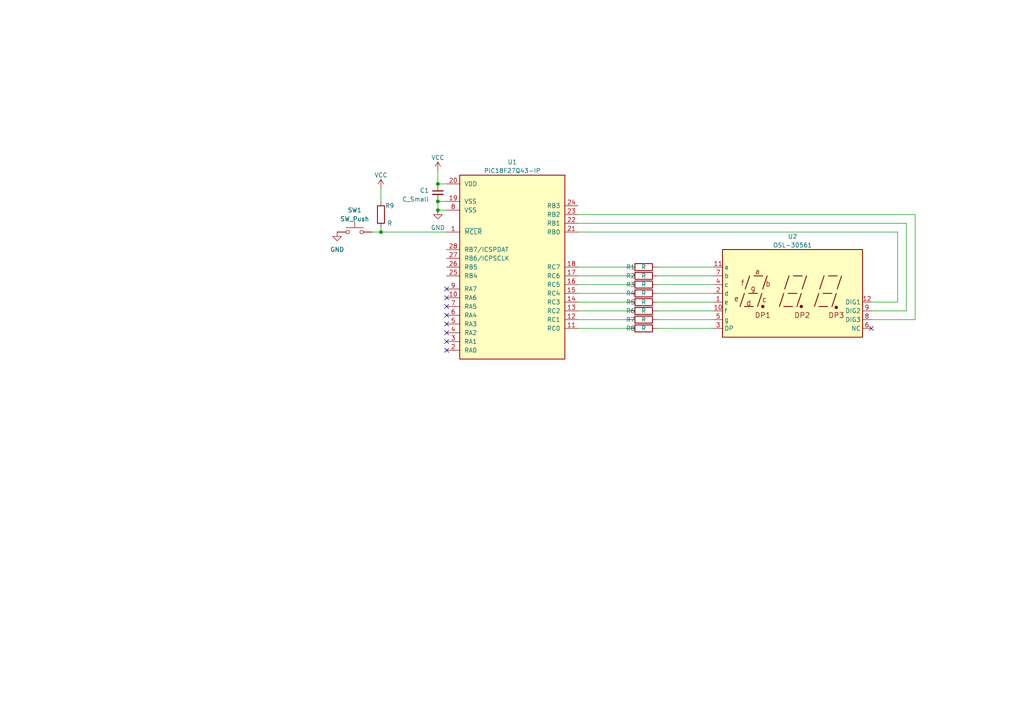
<source format=kicad_sch>
(kicad_sch (version 20230121) (generator eeschema)

  (uuid 6d2188b2-a6ec-4341-9e2f-19ddbe5554d2)

  (paper "A4")

  (title_block
    (title "TinyFreqCounter")
    (rev "001")
  )

  (lib_symbols
    (symbol "Device:C_Small" (pin_numbers hide) (pin_names (offset 0.254) hide) (in_bom yes) (on_board yes)
      (property "Reference" "C" (at 0.254 1.778 0)
        (effects (font (size 1.27 1.27)) (justify left))
      )
      (property "Value" "C_Small" (at 0.254 -2.032 0)
        (effects (font (size 1.27 1.27)) (justify left))
      )
      (property "Footprint" "" (at 0 0 0)
        (effects (font (size 1.27 1.27)) hide)
      )
      (property "Datasheet" "~" (at 0 0 0)
        (effects (font (size 1.27 1.27)) hide)
      )
      (property "ki_keywords" "capacitor cap" (at 0 0 0)
        (effects (font (size 1.27 1.27)) hide)
      )
      (property "ki_description" "Unpolarized capacitor, small symbol" (at 0 0 0)
        (effects (font (size 1.27 1.27)) hide)
      )
      (property "ki_fp_filters" "C_*" (at 0 0 0)
        (effects (font (size 1.27 1.27)) hide)
      )
      (symbol "C_Small_0_1"
        (polyline
          (pts
            (xy -1.524 -0.508)
            (xy 1.524 -0.508)
          )
          (stroke (width 0.3302) (type default))
          (fill (type none))
        )
        (polyline
          (pts
            (xy -1.524 0.508)
            (xy 1.524 0.508)
          )
          (stroke (width 0.3048) (type default))
          (fill (type none))
        )
      )
      (symbol "C_Small_1_1"
        (pin passive line (at 0 2.54 270) (length 2.032)
          (name "~" (effects (font (size 1.27 1.27))))
          (number "1" (effects (font (size 1.27 1.27))))
        )
        (pin passive line (at 0 -2.54 90) (length 2.032)
          (name "~" (effects (font (size 1.27 1.27))))
          (number "2" (effects (font (size 1.27 1.27))))
        )
      )
    )
    (symbol "Device:R" (pin_numbers hide) (pin_names (offset 0)) (in_bom yes) (on_board yes)
      (property "Reference" "R" (at 2.032 0 90)
        (effects (font (size 1.27 1.27)))
      )
      (property "Value" "R" (at 0 0 90)
        (effects (font (size 1.27 1.27)))
      )
      (property "Footprint" "" (at -1.778 0 90)
        (effects (font (size 1.27 1.27)) hide)
      )
      (property "Datasheet" "~" (at 0 0 0)
        (effects (font (size 1.27 1.27)) hide)
      )
      (property "ki_keywords" "R res resistor" (at 0 0 0)
        (effects (font (size 1.27 1.27)) hide)
      )
      (property "ki_description" "Resistor" (at 0 0 0)
        (effects (font (size 1.27 1.27)) hide)
      )
      (property "ki_fp_filters" "R_*" (at 0 0 0)
        (effects (font (size 1.27 1.27)) hide)
      )
      (symbol "R_0_1"
        (rectangle (start -1.016 -2.54) (end 1.016 2.54)
          (stroke (width 0.254) (type default))
          (fill (type none))
        )
      )
      (symbol "R_1_1"
        (pin passive line (at 0 3.81 270) (length 1.27)
          (name "~" (effects (font (size 1.27 1.27))))
          (number "1" (effects (font (size 1.27 1.27))))
        )
        (pin passive line (at 0 -3.81 90) (length 1.27)
          (name "~" (effects (font (size 1.27 1.27))))
          (number "2" (effects (font (size 1.27 1.27))))
        )
      )
    )
    (symbol "Switch:SW_Push" (pin_numbers hide) (pin_names (offset 1.016) hide) (in_bom yes) (on_board yes)
      (property "Reference" "SW" (at 1.27 2.54 0)
        (effects (font (size 1.27 1.27)) (justify left))
      )
      (property "Value" "SW_Push" (at 0 -1.524 0)
        (effects (font (size 1.27 1.27)))
      )
      (property "Footprint" "" (at 0 5.08 0)
        (effects (font (size 1.27 1.27)) hide)
      )
      (property "Datasheet" "~" (at 0 5.08 0)
        (effects (font (size 1.27 1.27)) hide)
      )
      (property "ki_keywords" "switch normally-open pushbutton push-button" (at 0 0 0)
        (effects (font (size 1.27 1.27)) hide)
      )
      (property "ki_description" "Push button switch, generic, two pins" (at 0 0 0)
        (effects (font (size 1.27 1.27)) hide)
      )
      (symbol "SW_Push_0_1"
        (circle (center -2.032 0) (radius 0.508)
          (stroke (width 0) (type default))
          (fill (type none))
        )
        (polyline
          (pts
            (xy 0 1.27)
            (xy 0 3.048)
          )
          (stroke (width 0) (type default))
          (fill (type none))
        )
        (polyline
          (pts
            (xy 2.54 1.27)
            (xy -2.54 1.27)
          )
          (stroke (width 0) (type default))
          (fill (type none))
        )
        (circle (center 2.032 0) (radius 0.508)
          (stroke (width 0) (type default))
          (fill (type none))
        )
        (pin passive line (at -5.08 0 0) (length 2.54)
          (name "1" (effects (font (size 1.27 1.27))))
          (number "1" (effects (font (size 1.27 1.27))))
        )
        (pin passive line (at 5.08 0 180) (length 2.54)
          (name "2" (effects (font (size 1.27 1.27))))
          (number "2" (effects (font (size 1.27 1.27))))
        )
      )
    )
    (symbol "power:GND" (power) (pin_names (offset 0)) (in_bom yes) (on_board yes)
      (property "Reference" "#PWR" (at 0 -6.35 0)
        (effects (font (size 1.27 1.27)) hide)
      )
      (property "Value" "GND" (at 0 -3.81 0)
        (effects (font (size 1.27 1.27)))
      )
      (property "Footprint" "" (at 0 0 0)
        (effects (font (size 1.27 1.27)) hide)
      )
      (property "Datasheet" "" (at 0 0 0)
        (effects (font (size 1.27 1.27)) hide)
      )
      (property "ki_keywords" "global power" (at 0 0 0)
        (effects (font (size 1.27 1.27)) hide)
      )
      (property "ki_description" "Power symbol creates a global label with name \"GND\" , ground" (at 0 0 0)
        (effects (font (size 1.27 1.27)) hide)
      )
      (symbol "GND_0_1"
        (polyline
          (pts
            (xy 0 0)
            (xy 0 -1.27)
            (xy 1.27 -1.27)
            (xy 0 -2.54)
            (xy -1.27 -1.27)
            (xy 0 -1.27)
          )
          (stroke (width 0) (type default))
          (fill (type none))
        )
      )
      (symbol "GND_1_1"
        (pin power_in line (at 0 0 270) (length 0) hide
          (name "GND" (effects (font (size 1.27 1.27))))
          (number "1" (effects (font (size 1.27 1.27))))
        )
      )
    )
    (symbol "power:VCC" (power) (pin_names (offset 0)) (in_bom yes) (on_board yes)
      (property "Reference" "#PWR" (at 0 -3.81 0)
        (effects (font (size 1.27 1.27)) hide)
      )
      (property "Value" "VCC" (at 0 3.81 0)
        (effects (font (size 1.27 1.27)))
      )
      (property "Footprint" "" (at 0 0 0)
        (effects (font (size 1.27 1.27)) hide)
      )
      (property "Datasheet" "" (at 0 0 0)
        (effects (font (size 1.27 1.27)) hide)
      )
      (property "ki_keywords" "global power" (at 0 0 0)
        (effects (font (size 1.27 1.27)) hide)
      )
      (property "ki_description" "Power symbol creates a global label with name \"VCC\"" (at 0 0 0)
        (effects (font (size 1.27 1.27)) hide)
      )
      (symbol "VCC_0_1"
        (polyline
          (pts
            (xy -0.762 1.27)
            (xy 0 2.54)
          )
          (stroke (width 0) (type default))
          (fill (type none))
        )
        (polyline
          (pts
            (xy 0 0)
            (xy 0 2.54)
          )
          (stroke (width 0) (type default))
          (fill (type none))
        )
        (polyline
          (pts
            (xy 0 2.54)
            (xy 0.762 1.27)
          )
          (stroke (width 0) (type default))
          (fill (type none))
        )
      )
      (symbol "VCC_1_1"
        (pin power_in line (at 0 0 90) (length 0) hide
          (name "VCC" (effects (font (size 1.27 1.27))))
          (number "1" (effects (font (size 1.27 1.27))))
        )
      )
    )
    (symbol "xxx:OSL-30561" (in_bom yes) (on_board yes)
      (property "Reference" "U" (at -19.05 13.97 0)
        (effects (font (size 1.27 1.27)))
      )
      (property "Value" "OSL-30561" (at 15.24 13.97 0)
        (effects (font (size 1.27 1.27)))
      )
      (property "Footprint" "Private:OSL-30561" (at 0 -15.24 0)
        (effects (font (size 1.27 1.27)) hide)
      )
      (property "Datasheet" "http://www.kingbright.com/attachments/file/psearch/000/00/00/CA56-12CGKWA(Ver.9A).pdf" (at -10.922 0.762 0)
        (effects (font (size 1.27 1.27)) hide)
      )
      (property "ki_keywords" "display LED" (at 0 0 0)
        (effects (font (size 1.27 1.27)) hide)
      )
      (property "ki_description" "4 digit 7 segment Green LED, common anode" (at 0 0 0)
        (effects (font (size 1.27 1.27)) hide)
      )
      (property "ki_fp_filters" "*CA56*12CGKWA*" (at 0 0 0)
        (effects (font (size 1.27 1.27)) hide)
      )
      (symbol "OSL-30561_0_0"
        (rectangle (start -20.32 12.7) (end 20.32 -12.7)
          (stroke (width 0.254) (type default))
          (fill (type background))
        )
        (polyline
          (pts
            (xy -15.24 -3.81)
            (xy -13.97 0)
          )
          (stroke (width 0.254) (type default))
          (fill (type none))
        )
        (polyline
          (pts
            (xy -13.97 -3.81)
            (xy -11.43 -3.81)
          )
          (stroke (width 0.254) (type default))
          (fill (type none))
        )
        (polyline
          (pts
            (xy -13.716 1.27)
            (xy -12.446 5.08)
          )
          (stroke (width 0.254) (type default))
          (fill (type none))
        )
        (polyline
          (pts
            (xy -12.7 0)
            (xy -10.16 0)
          )
          (stroke (width 0.254) (type default))
          (fill (type none))
        )
        (polyline
          (pts
            (xy -11.176 5.08)
            (xy -8.636 5.08)
          )
          (stroke (width 0.254) (type default))
          (fill (type none))
        )
        (polyline
          (pts
            (xy -10.16 -3.81)
            (xy -8.89 0)
          )
          (stroke (width 0.254) (type default))
          (fill (type none))
        )
        (polyline
          (pts
            (xy -8.636 1.27)
            (xy -7.366 5.08)
          )
          (stroke (width 0.254) (type default))
          (fill (type none))
        )
        (polyline
          (pts
            (xy -3.81 -3.81)
            (xy -2.54 0)
          )
          (stroke (width 0.254) (type default))
          (fill (type none))
        )
        (polyline
          (pts
            (xy -2.54 -3.81)
            (xy 0 -3.81)
          )
          (stroke (width 0.254) (type default))
          (fill (type none))
        )
        (polyline
          (pts
            (xy -2.286 1.27)
            (xy -1.016 5.08)
          )
          (stroke (width 0.254) (type default))
          (fill (type none))
        )
        (polyline
          (pts
            (xy -1.27 0)
            (xy 1.27 0)
          )
          (stroke (width 0.254) (type default))
          (fill (type none))
        )
        (polyline
          (pts
            (xy 0.254 5.08)
            (xy 2.794 5.08)
          )
          (stroke (width 0.254) (type default))
          (fill (type none))
        )
        (polyline
          (pts
            (xy 1.27 -3.81)
            (xy 2.54 0)
          )
          (stroke (width 0.254) (type default))
          (fill (type none))
        )
        (polyline
          (pts
            (xy 2.794 1.27)
            (xy 4.064 5.08)
          )
          (stroke (width 0.254) (type default))
          (fill (type none))
        )
        (polyline
          (pts
            (xy 6.35 -3.81)
            (xy 7.62 0)
          )
          (stroke (width 0.254) (type default))
          (fill (type none))
        )
        (polyline
          (pts
            (xy 7.62 -3.81)
            (xy 10.16 -3.81)
          )
          (stroke (width 0.254) (type default))
          (fill (type none))
        )
        (polyline
          (pts
            (xy 7.874 1.27)
            (xy 9.144 5.08)
          )
          (stroke (width 0.254) (type default))
          (fill (type none))
        )
        (polyline
          (pts
            (xy 8.89 0)
            (xy 11.43 0)
          )
          (stroke (width 0.254) (type default))
          (fill (type none))
        )
        (polyline
          (pts
            (xy 10.414 5.08)
            (xy 12.954 5.08)
          )
          (stroke (width 0.254) (type default))
          (fill (type none))
        )
        (polyline
          (pts
            (xy 11.43 -3.81)
            (xy 12.7 0)
          )
          (stroke (width 0.254) (type default))
          (fill (type none))
        )
        (polyline
          (pts
            (xy 12.954 1.27)
            (xy 14.224 5.08)
          )
          (stroke (width 0.254) (type default))
          (fill (type none))
        )
        (text "a" (at -10.16 6.35 0)
          (effects (font (size 1.524 1.524)))
        )
        (text "b" (at -7.112 2.794 0)
          (effects (font (size 1.524 1.524)))
        )
        (text "c" (at -8.128 -1.778 0)
          (effects (font (size 1.524 1.524)))
        )
        (text "d" (at -12.7 -2.794 0)
          (effects (font (size 1.524 1.524)))
        )
        (text "DP1" (at -8.636 -6.35 0)
          (effects (font (size 1.524 1.524)))
        )
        (text "DP2" (at 2.794 -6.35 0)
          (effects (font (size 1.524 1.524)))
        )
        (text "DP3" (at 12.7 -6.35 0)
          (effects (font (size 1.524 1.524)))
        )
        (text "e" (at -16.256 -1.524 0)
          (effects (font (size 1.524 1.524)))
        )
        (text "f" (at -14.478 3.048 0)
          (effects (font (size 1.524 1.524)))
        )
        (text "g" (at -11.43 1.524 0)
          (effects (font (size 1.524 1.524)))
        )
      )
      (symbol "OSL-30561_0_1"
        (circle (center -8.636 -3.81) (radius 0.3556)
          (stroke (width 0.254) (type default))
          (fill (type outline))
        )
        (circle (center 2.54 -3.81) (radius 0.3556)
          (stroke (width 0.254) (type default))
          (fill (type outline))
        )
      )
      (symbol "OSL-30561_1_0"
        (circle (center 12.7 -4.064) (radius 0.3556)
          (stroke (width 0.254) (type default))
          (fill (type outline))
        )
      )
      (symbol "OSL-30561_1_1"
        (pin input line (at -22.86 -2.54 0) (length 2.54)
          (name "e" (effects (font (size 1.27 1.27))))
          (number "1" (effects (font (size 1.27 1.27))))
        )
        (pin input line (at -22.86 -5.08 0) (length 2.54)
          (name "f" (effects (font (size 1.27 1.27))))
          (number "10" (effects (font (size 1.27 1.27))))
        )
        (pin input line (at -22.86 7.62 0) (length 2.54)
          (name "a" (effects (font (size 1.27 1.27))))
          (number "11" (effects (font (size 1.27 1.27))))
        )
        (pin input line (at 22.86 -2.54 180) (length 2.54)
          (name "DIG1" (effects (font (size 1.27 1.27))))
          (number "12" (effects (font (size 1.27 1.27))))
        )
        (pin input line (at -22.86 0 0) (length 2.54)
          (name "d" (effects (font (size 1.27 1.27))))
          (number "2" (effects (font (size 1.27 1.27))))
        )
        (pin input line (at -22.86 -10.16 0) (length 2.54)
          (name "DP" (effects (font (size 1.27 1.27))))
          (number "3" (effects (font (size 1.27 1.27))))
        )
        (pin input line (at -22.86 2.54 0) (length 2.54)
          (name "c" (effects (font (size 1.27 1.27))))
          (number "4" (effects (font (size 1.27 1.27))))
        )
        (pin input line (at -22.86 -7.62 0) (length 2.54)
          (name "g" (effects (font (size 1.27 1.27))))
          (number "5" (effects (font (size 1.27 1.27))))
        )
        (pin input line (at 22.86 -10.16 180) (length 2.54)
          (name "NC" (effects (font (size 1.27 1.27))))
          (number "6" (effects (font (size 1.27 1.27))))
        )
        (pin input line (at -22.86 5.08 0) (length 2.54)
          (name "b" (effects (font (size 1.27 1.27))))
          (number "7" (effects (font (size 1.27 1.27))))
        )
        (pin input line (at 22.86 -7.62 180) (length 2.54)
          (name "DIG3" (effects (font (size 1.27 1.27))))
          (number "8" (effects (font (size 1.27 1.27))))
        )
        (pin input line (at 22.86 -5.08 180) (length 2.54)
          (name "DIG2" (effects (font (size 1.27 1.27))))
          (number "9" (effects (font (size 1.27 1.27))))
        )
      )
    )
    (symbol "xxx:PIC18F27Q43-PDIP-for-TFC" (pin_names (offset 1.27)) (in_bom yes) (on_board yes)
      (property "Reference" "U" (at -13.97 27.94 0)
        (effects (font (size 1.27 1.27)))
      )
      (property "Value" "PIC18F27Q43-IP" (at 0 27.94 0)
        (effects (font (size 1.27 1.27)))
      )
      (property "Footprint" "Package_DIP:DIP-40_W15.24mm" (at 0 0 0)
        (effects (font (size 1.27 1.27) italic) hide)
      )
      (property "Datasheet" "http://ww1.microchip.com/downloads/en/DeviceDoc/39760d.pdf" (at 0 -15.24 0)
        (effects (font (size 1.27 1.27)) hide)
      )
      (property "ki_keywords" "Flash-Based 8-Bit Microcontroller XLP" (at 0 0 0)
        (effects (font (size 1.27 1.27)) hide)
      )
      (property "ki_description" "128K Flash, 8K SRAM, nanoWatt XLP, PDIP28" (at 0 0 0)
        (effects (font (size 1.27 1.27)) hide)
      )
      (property "ki_fp_filters" "DIP*W15.24mm* PDIP*W15.24mm*" (at 0 0 0)
        (effects (font (size 1.27 1.27)) hide)
      )
      (symbol "PIC18F27Q43-PDIP-for-TFC_0_1"
        (rectangle (start -15.24 26.67) (end 15.24 -26.67)
          (stroke (width 0.254) (type default))
          (fill (type background))
        )
      )
      (symbol "PIC18F27Q43-PDIP-for-TFC_1_1"
        (pin input line (at -19.05 10.16 0) (length 3.81)
          (name "~{MCLR}" (effects (font (size 1.27 1.27))))
          (number "1" (effects (font (size 1.27 1.27))))
        )
        (pin bidirectional line (at -19.05 -8.89 0) (length 3.81)
          (name "RA6" (effects (font (size 1.27 1.27))))
          (number "10" (effects (font (size 1.27 1.27))))
        )
        (pin bidirectional line (at 19.05 -17.78 180) (length 3.81)
          (name "RC0" (effects (font (size 1.27 1.27))))
          (number "11" (effects (font (size 1.27 1.27))))
        )
        (pin bidirectional line (at 19.05 -15.24 180) (length 3.81)
          (name "RC1" (effects (font (size 1.27 1.27))))
          (number "12" (effects (font (size 1.27 1.27))))
        )
        (pin bidirectional line (at 19.05 -12.7 180) (length 3.81)
          (name "RC2" (effects (font (size 1.27 1.27))))
          (number "13" (effects (font (size 1.27 1.27))))
        )
        (pin bidirectional line (at 19.05 -10.16 180) (length 3.81)
          (name "RC3" (effects (font (size 1.27 1.27))))
          (number "14" (effects (font (size 1.27 1.27))))
        )
        (pin bidirectional line (at 19.05 -7.62 180) (length 3.81)
          (name "RC4" (effects (font (size 1.27 1.27))))
          (number "15" (effects (font (size 1.27 1.27))))
        )
        (pin bidirectional line (at 19.05 -5.08 180) (length 3.81)
          (name "RC5" (effects (font (size 1.27 1.27))))
          (number "16" (effects (font (size 1.27 1.27))))
        )
        (pin bidirectional line (at 19.05 -2.54 180) (length 3.81)
          (name "RC6" (effects (font (size 1.27 1.27))))
          (number "17" (effects (font (size 1.27 1.27))))
        )
        (pin bidirectional line (at 19.05 0 180) (length 3.81)
          (name "RC7" (effects (font (size 1.27 1.27))))
          (number "18" (effects (font (size 1.27 1.27))))
        )
        (pin power_in line (at -19.05 19.05 0) (length 3.81)
          (name "VSS" (effects (font (size 1.27 1.27))))
          (number "19" (effects (font (size 1.27 1.27))))
        )
        (pin bidirectional line (at -19.05 -24.13 0) (length 3.81)
          (name "RA0" (effects (font (size 1.27 1.27))))
          (number "2" (effects (font (size 1.27 1.27))))
        )
        (pin power_in line (at -19.05 24.13 0) (length 3.81)
          (name "VDD" (effects (font (size 1.27 1.27))))
          (number "20" (effects (font (size 1.27 1.27))))
        )
        (pin bidirectional line (at 19.05 10.16 180) (length 3.81)
          (name "RB0" (effects (font (size 1.27 1.27))))
          (number "21" (effects (font (size 1.27 1.27))))
        )
        (pin bidirectional line (at 19.05 12.7 180) (length 3.81)
          (name "RB1" (effects (font (size 1.27 1.27))))
          (number "22" (effects (font (size 1.27 1.27))))
        )
        (pin bidirectional line (at 19.05 15.24 180) (length 3.81)
          (name "RB2" (effects (font (size 1.27 1.27))))
          (number "23" (effects (font (size 1.27 1.27))))
        )
        (pin bidirectional line (at 19.05 17.78 180) (length 3.81)
          (name "RB3" (effects (font (size 1.27 1.27))))
          (number "24" (effects (font (size 1.27 1.27))))
        )
        (pin bidirectional line (at -19.05 -2.54 0) (length 3.81)
          (name "RB4" (effects (font (size 1.27 1.27))))
          (number "25" (effects (font (size 1.27 1.27))))
        )
        (pin bidirectional line (at -19.05 0 0) (length 3.81)
          (name "RB5" (effects (font (size 1.27 1.27))))
          (number "26" (effects (font (size 1.27 1.27))))
        )
        (pin bidirectional line (at -19.05 2.54 0) (length 3.81)
          (name "RB6/ICPSCLK" (effects (font (size 1.27 1.27))))
          (number "27" (effects (font (size 1.27 1.27))))
        )
        (pin bidirectional line (at -19.05 5.08 0) (length 3.81)
          (name "RB7/ICSPDAT" (effects (font (size 1.27 1.27))))
          (number "28" (effects (font (size 1.27 1.27))))
        )
        (pin bidirectional line (at -19.05 -21.59 0) (length 3.81)
          (name "RA1" (effects (font (size 1.27 1.27))))
          (number "3" (effects (font (size 1.27 1.27))))
        )
        (pin bidirectional line (at -19.05 -19.05 0) (length 3.81)
          (name "RA2" (effects (font (size 1.27 1.27))))
          (number "4" (effects (font (size 1.27 1.27))))
        )
        (pin bidirectional line (at -19.05 -16.51 0) (length 3.81)
          (name "RA3" (effects (font (size 1.27 1.27))))
          (number "5" (effects (font (size 1.27 1.27))))
        )
        (pin bidirectional line (at -19.05 -13.97 0) (length 3.81)
          (name "RA4" (effects (font (size 1.27 1.27))))
          (number "6" (effects (font (size 1.27 1.27))))
        )
        (pin bidirectional line (at -19.05 -11.43 0) (length 3.81)
          (name "RA5" (effects (font (size 1.27 1.27))))
          (number "7" (effects (font (size 1.27 1.27))))
        )
        (pin power_in line (at -19.05 16.51 0) (length 3.81)
          (name "VSS" (effects (font (size 1.27 1.27))))
          (number "8" (effects (font (size 1.27 1.27))))
        )
        (pin bidirectional line (at -19.05 -6.35 0) (length 3.81)
          (name "RA7" (effects (font (size 1.27 1.27))))
          (number "9" (effects (font (size 1.27 1.27))))
        )
      )
    )
  )

  (junction (at 110.49 67.31) (diameter 0) (color 0 0 0 0)
    (uuid 6def1b72-891f-4e04-9db2-1f26043239e5)
  )
  (junction (at 127 58.42) (diameter 0) (color 0 0 0 0)
    (uuid 867857f7-8ea1-4d0b-b49b-0a4a9e1aa073)
  )
  (junction (at 127 60.96) (diameter 0) (color 0 0 0 0)
    (uuid d3d07c9c-227b-4bde-8f7d-a8e2cbd3d26c)
  )
  (junction (at 127 53.34) (diameter 0) (color 0 0 0 0)
    (uuid dcfe414c-3a2e-49f0-a98c-742a5e5fee44)
  )

  (no_connect (at 129.54 101.6) (uuid 52db269e-8d47-4648-b92f-0138f7ea8662))
  (no_connect (at 129.54 83.82) (uuid 600ca528-3d4b-4ebf-9967-bc7cb6ced286))
  (no_connect (at 129.54 93.98) (uuid 63cf7b3d-7b44-42f9-b8f8-18e4d33d909f))
  (no_connect (at 129.54 91.44) (uuid 686bffa3-9fe6-44d3-acdc-ec08441b7ee0))
  (no_connect (at 129.54 88.9) (uuid 775772aa-536b-4666-920b-d15b8317bc59))
  (no_connect (at 129.54 96.52) (uuid a2b3b7b8-ef2b-4430-be01-224936538faa))
  (no_connect (at 252.73 95.25) (uuid a62e0d85-23ac-426b-b5bc-8737faa909e1))
  (no_connect (at 129.54 99.06) (uuid a9985977-c995-414d-bb29-8d03da4465ac))
  (no_connect (at 129.54 86.36) (uuid bf133403-bafc-4454-8d57-7e5b36324603))

  (wire (pts (xy 167.64 80.01) (xy 182.88 80.01))
    (stroke (width 0) (type default))
    (uuid 00451425-a977-4e22-b771-6fb9d7baa653)
  )
  (wire (pts (xy 252.73 87.63) (xy 260.35 87.63))
    (stroke (width 0) (type default))
    (uuid 04a7eeba-3fe0-49c6-9f13-5ee4966b9eaa)
  )
  (wire (pts (xy 167.64 95.25) (xy 182.88 95.25))
    (stroke (width 0) (type default))
    (uuid 1c23f735-882d-4885-b7ac-9520317630d9)
  )
  (wire (pts (xy 127 49.53) (xy 127 53.34))
    (stroke (width 0) (type default))
    (uuid 1fd75969-c1df-4cfb-bc9c-5e525f60143d)
  )
  (wire (pts (xy 167.64 62.23) (xy 265.43 62.23))
    (stroke (width 0) (type default))
    (uuid 395355ac-407f-4183-8370-dae98ad9be60)
  )
  (wire (pts (xy 127 58.42) (xy 129.54 58.42))
    (stroke (width 0) (type default))
    (uuid 3ee2eace-53a6-4875-a9be-cb9abcf1a6dd)
  )
  (wire (pts (xy 167.64 64.77) (xy 262.89 64.77))
    (stroke (width 0) (type default))
    (uuid 401099d9-da2e-464c-95aa-6cbada828d68)
  )
  (wire (pts (xy 167.64 87.63) (xy 182.88 87.63))
    (stroke (width 0) (type default))
    (uuid 44f8cdd3-d5ac-4a21-9232-7b8b4e897a54)
  )
  (wire (pts (xy 190.5 92.71) (xy 207.01 92.71))
    (stroke (width 0) (type default))
    (uuid 48581387-7e8f-4169-830f-1c6619370381)
  )
  (wire (pts (xy 107.95 67.31) (xy 110.49 67.31))
    (stroke (width 0) (type default))
    (uuid 4ee0a319-65fb-4ec8-9d73-bbbbc530656d)
  )
  (wire (pts (xy 265.43 62.23) (xy 265.43 92.71))
    (stroke (width 0) (type default))
    (uuid 5b56b984-9193-4970-b098-d88d0d31b4dc)
  )
  (wire (pts (xy 167.64 92.71) (xy 182.88 92.71))
    (stroke (width 0) (type default))
    (uuid 6001ff1c-a05b-4d02-9405-d41017636451)
  )
  (wire (pts (xy 190.5 77.47) (xy 207.01 77.47))
    (stroke (width 0) (type default))
    (uuid 6dc1b32c-1e6a-40a5-8633-7e94eb448cb2)
  )
  (wire (pts (xy 252.73 90.17) (xy 262.89 90.17))
    (stroke (width 0) (type default))
    (uuid 712b4ef5-1d2b-4e7d-8cac-a514530256ad)
  )
  (wire (pts (xy 110.49 66.04) (xy 110.49 67.31))
    (stroke (width 0) (type default))
    (uuid 744317ae-c9b2-4663-89e8-1a19294c8152)
  )
  (wire (pts (xy 252.73 92.71) (xy 265.43 92.71))
    (stroke (width 0) (type default))
    (uuid 7da81722-172e-4088-959e-6ae52345dbc5)
  )
  (wire (pts (xy 262.89 64.77) (xy 262.89 90.17))
    (stroke (width 0) (type default))
    (uuid 848cf985-416c-44e2-987a-0b737583ab31)
  )
  (wire (pts (xy 167.64 85.09) (xy 182.88 85.09))
    (stroke (width 0) (type default))
    (uuid 84d34ba0-c63e-4f81-9e14-650063f342dd)
  )
  (wire (pts (xy 127 53.34) (xy 129.54 53.34))
    (stroke (width 0) (type default))
    (uuid 84e54167-8189-4273-ad72-4a0b12f411f0)
  )
  (wire (pts (xy 127 58.42) (xy 127 60.96))
    (stroke (width 0) (type default))
    (uuid 87a0de9d-56ca-4b43-a110-6070b9e466d3)
  )
  (wire (pts (xy 190.5 80.01) (xy 207.01 80.01))
    (stroke (width 0) (type default))
    (uuid 8d47b7bc-4a50-4e90-9f74-b23dfe635b0b)
  )
  (wire (pts (xy 190.5 82.55) (xy 207.01 82.55))
    (stroke (width 0) (type default))
    (uuid 92522869-d97f-478b-ae5c-1f4d1fad1199)
  )
  (wire (pts (xy 190.5 87.63) (xy 207.01 87.63))
    (stroke (width 0) (type default))
    (uuid abe0488b-eadc-4b1d-aefb-e5797c4fd1f1)
  )
  (wire (pts (xy 167.64 77.47) (xy 182.88 77.47))
    (stroke (width 0) (type default))
    (uuid acc6bb11-4684-4f56-8f82-128dde5d091d)
  )
  (wire (pts (xy 190.5 90.17) (xy 207.01 90.17))
    (stroke (width 0) (type default))
    (uuid b6944e14-1ad3-4329-9270-8dc4c84a4364)
  )
  (wire (pts (xy 190.5 85.09) (xy 207.01 85.09))
    (stroke (width 0) (type default))
    (uuid bc1b3a2e-1d51-4a1d-83dd-1e52b5d58e7b)
  )
  (wire (pts (xy 190.5 95.25) (xy 207.01 95.25))
    (stroke (width 0) (type default))
    (uuid c352873a-3f07-4d72-96ad-f2279966f2a6)
  )
  (wire (pts (xy 129.54 67.31) (xy 110.49 67.31))
    (stroke (width 0) (type default))
    (uuid d396c9b7-1b4a-4296-a703-51cc8457ca1c)
  )
  (wire (pts (xy 167.64 67.31) (xy 260.35 67.31))
    (stroke (width 0) (type default))
    (uuid df276c46-6521-445b-a05b-20f6539c68b6)
  )
  (wire (pts (xy 260.35 67.31) (xy 260.35 87.63))
    (stroke (width 0) (type default))
    (uuid e51c264a-32fa-4c3a-8697-381833e6598b)
  )
  (wire (pts (xy 167.64 90.17) (xy 182.88 90.17))
    (stroke (width 0) (type default))
    (uuid e8e14ce4-800c-4da8-8c54-aaa16e2534f2)
  )
  (wire (pts (xy 127 60.96) (xy 129.54 60.96))
    (stroke (width 0) (type default))
    (uuid ea1b5f5f-c43c-497b-b186-4819e4454c37)
  )
  (wire (pts (xy 167.64 82.55) (xy 182.88 82.55))
    (stroke (width 0) (type default))
    (uuid ee29fc02-a087-4d95-9cae-c485d8682625)
  )
  (wire (pts (xy 110.49 54.61) (xy 110.49 58.42))
    (stroke (width 0) (type default))
    (uuid fddd4aec-0b89-4306-a0b9-30af6dff619f)
  )

  (symbol (lib_id "Device:R") (at 186.69 90.17 90) (unit 1)
    (in_bom yes) (on_board yes) (dnp no)
    (uuid 1b36935b-acc2-46b8-b537-75ec86f07919)
    (property "Reference" "R6" (at 182.88 90.17 90)
      (effects (font (size 1.27 1.27)))
    )
    (property "Value" "R" (at 186.69 90.17 90)
      (effects (font (size 1.27 1.27)))
    )
    (property "Footprint" "" (at 186.69 91.948 90)
      (effects (font (size 1.27 1.27)) hide)
    )
    (property "Datasheet" "~" (at 186.69 90.17 0)
      (effects (font (size 1.27 1.27)) hide)
    )
    (pin "1" (uuid 66259217-9467-42a2-b964-a60cc7ba6f53))
    (pin "2" (uuid 99f339ed-86b3-4348-903e-81205637d4e5))
    (instances
      (project "EMUPU_RAM"
        (path "/6d2188b2-a6ec-4341-9e2f-19ddbe5554d2"
          (reference "R6") (unit 1)
        )
      )
    )
  )

  (symbol (lib_id "Device:R") (at 186.69 87.63 90) (unit 1)
    (in_bom yes) (on_board yes) (dnp no)
    (uuid 1eecbd39-6f47-4df0-a86f-21e727ba084f)
    (property "Reference" "R5" (at 182.88 87.63 90)
      (effects (font (size 1.27 1.27)))
    )
    (property "Value" "R" (at 186.69 87.63 90)
      (effects (font (size 1.27 1.27)))
    )
    (property "Footprint" "" (at 186.69 89.408 90)
      (effects (font (size 1.27 1.27)) hide)
    )
    (property "Datasheet" "~" (at 186.69 87.63 0)
      (effects (font (size 1.27 1.27)) hide)
    )
    (pin "1" (uuid c6035103-02f8-4512-8a36-dfee57bd8f04))
    (pin "2" (uuid 020d400f-f783-4e65-bc17-57da7a3eccb6))
    (instances
      (project "EMUPU_RAM"
        (path "/6d2188b2-a6ec-4341-9e2f-19ddbe5554d2"
          (reference "R5") (unit 1)
        )
      )
    )
  )

  (symbol (lib_id "Device:C_Small") (at 127 55.88 0) (unit 1)
    (in_bom yes) (on_board yes) (dnp no)
    (uuid 21365ece-ff45-459d-86e4-cbaea8984528)
    (property "Reference" "C1" (at 124.46 55.2513 0)
      (effects (font (size 1.27 1.27)) (justify right))
    )
    (property "Value" "C_Small" (at 124.46 57.7913 0)
      (effects (font (size 1.27 1.27)) (justify right))
    )
    (property "Footprint" "" (at 127 55.88 0)
      (effects (font (size 1.27 1.27)) hide)
    )
    (property "Datasheet" "~" (at 127 55.88 0)
      (effects (font (size 1.27 1.27)) hide)
    )
    (pin "1" (uuid f99a2903-c9c6-47cb-a876-2392bc952b3c))
    (pin "2" (uuid 33de2504-a7bd-4d76-a027-2d34075b0d94))
    (instances
      (project "EMUPU_RAM"
        (path "/6d2188b2-a6ec-4341-9e2f-19ddbe5554d2"
          (reference "C1") (unit 1)
        )
      )
    )
  )

  (symbol (lib_id "Device:R") (at 186.69 82.55 90) (unit 1)
    (in_bom yes) (on_board yes) (dnp no)
    (uuid 3d0d652c-54ab-4f2c-b5ef-56c2d2d22c27)
    (property "Reference" "R3" (at 182.88 82.55 90)
      (effects (font (size 1.27 1.27)))
    )
    (property "Value" "R" (at 186.69 82.55 90)
      (effects (font (size 1.27 1.27)))
    )
    (property "Footprint" "" (at 186.69 84.328 90)
      (effects (font (size 1.27 1.27)) hide)
    )
    (property "Datasheet" "~" (at 186.69 82.55 0)
      (effects (font (size 1.27 1.27)) hide)
    )
    (pin "1" (uuid 5f71bf1a-3ffc-4070-90a3-972ab4b11051))
    (pin "2" (uuid 1d0988ea-2567-46dc-be11-e91b3760b407))
    (instances
      (project "EMUPU_RAM"
        (path "/6d2188b2-a6ec-4341-9e2f-19ddbe5554d2"
          (reference "R3") (unit 1)
        )
      )
    )
  )

  (symbol (lib_id "power:GND") (at 97.79 67.31 0) (unit 1)
    (in_bom yes) (on_board yes) (dnp no) (fields_autoplaced)
    (uuid 48744148-b18b-4f5f-8402-0a48c84d7fe1)
    (property "Reference" "#PWR03" (at 97.79 73.66 0)
      (effects (font (size 1.27 1.27)) hide)
    )
    (property "Value" "GND" (at 97.79 72.39 0)
      (effects (font (size 1.27 1.27)))
    )
    (property "Footprint" "" (at 97.79 67.31 0)
      (effects (font (size 1.27 1.27)) hide)
    )
    (property "Datasheet" "" (at 97.79 67.31 0)
      (effects (font (size 1.27 1.27)) hide)
    )
    (pin "1" (uuid e80de766-1020-43be-8dd2-229b77225008))
    (instances
      (project "EMUPU_RAM"
        (path "/6d2188b2-a6ec-4341-9e2f-19ddbe5554d2"
          (reference "#PWR03") (unit 1)
        )
      )
    )
  )

  (symbol (lib_id "Device:R") (at 186.69 77.47 90) (unit 1)
    (in_bom yes) (on_board yes) (dnp no)
    (uuid 53f64612-cf8c-47dc-a140-7598e08e3f17)
    (property "Reference" "R1" (at 182.88 77.47 90)
      (effects (font (size 1.27 1.27)))
    )
    (property "Value" "R" (at 186.69 77.47 90)
      (effects (font (size 1.27 1.27)))
    )
    (property "Footprint" "" (at 186.69 79.248 90)
      (effects (font (size 1.27 1.27)) hide)
    )
    (property "Datasheet" "~" (at 186.69 77.47 0)
      (effects (font (size 1.27 1.27)) hide)
    )
    (pin "1" (uuid aff79c64-7014-411f-8fcd-16fbe5984d99))
    (pin "2" (uuid d2b8b79c-aaab-496c-9178-e66f0eefaf94))
    (instances
      (project "EMUPU_RAM"
        (path "/6d2188b2-a6ec-4341-9e2f-19ddbe5554d2"
          (reference "R1") (unit 1)
        )
      )
    )
  )

  (symbol (lib_id "Device:R") (at 186.69 80.01 90) (unit 1)
    (in_bom yes) (on_board yes) (dnp no)
    (uuid 5b0e01a2-85c4-4a4f-9d1b-ff9fbeb6771c)
    (property "Reference" "R2" (at 182.88 80.01 90)
      (effects (font (size 1.27 1.27)))
    )
    (property "Value" "R" (at 186.69 80.01 90)
      (effects (font (size 1.27 1.27)))
    )
    (property "Footprint" "" (at 186.69 81.788 90)
      (effects (font (size 1.27 1.27)) hide)
    )
    (property "Datasheet" "~" (at 186.69 80.01 0)
      (effects (font (size 1.27 1.27)) hide)
    )
    (pin "1" (uuid 3a007b9a-1c8f-4ec5-ac7b-6c5837499602))
    (pin "2" (uuid 20c9bad2-0d3b-46d9-a6e2-601ca1d2fbdb))
    (instances
      (project "EMUPU_RAM"
        (path "/6d2188b2-a6ec-4341-9e2f-19ddbe5554d2"
          (reference "R2") (unit 1)
        )
      )
    )
  )

  (symbol (lib_id "Device:R") (at 110.49 62.23 180) (unit 1)
    (in_bom yes) (on_board yes) (dnp no)
    (uuid 6e2e7265-94d6-4dd0-a811-e8ed39850ed2)
    (property "Reference" "R9" (at 113.03 59.69 0)
      (effects (font (size 1.27 1.27)))
    )
    (property "Value" "R" (at 113.03 64.77 0)
      (effects (font (size 1.27 1.27)))
    )
    (property "Footprint" "" (at 112.268 62.23 90)
      (effects (font (size 1.27 1.27)) hide)
    )
    (property "Datasheet" "~" (at 110.49 62.23 0)
      (effects (font (size 1.27 1.27)) hide)
    )
    (pin "1" (uuid ee8b35c6-a4a4-428c-9243-ead04961be46))
    (pin "2" (uuid d6470dd2-d7a7-4610-9f1d-6a950a818a33))
    (instances
      (project "EMUPU_RAM"
        (path "/6d2188b2-a6ec-4341-9e2f-19ddbe5554d2"
          (reference "R9") (unit 1)
        )
      )
    )
  )

  (symbol (lib_id "xxx:OSL-30561") (at 229.87 85.09 0) (unit 1)
    (in_bom yes) (on_board yes) (dnp no) (fields_autoplaced)
    (uuid 77f628bb-642d-4627-a386-00e701eb8654)
    (property "Reference" "U2" (at 229.87 68.58 0)
      (effects (font (size 1.27 1.27)))
    )
    (property "Value" "OSL-30561" (at 229.87 71.12 0)
      (effects (font (size 1.27 1.27)))
    )
    (property "Footprint" "Private:OSL-30561" (at 229.87 100.33 0)
      (effects (font (size 1.27 1.27)) hide)
    )
    (property "Datasheet" "http://www.kingbright.com/attachments/file/psearch/000/00/00/CA56-12CGKWA(Ver.9A).pdf" (at 218.948 84.328 0)
      (effects (font (size 1.27 1.27)) hide)
    )
    (pin "1" (uuid 240b6306-6adc-4244-8589-6681e8d55290))
    (pin "10" (uuid 9d718f6e-106d-4948-a68b-dd09c657a409))
    (pin "11" (uuid da483a94-e118-480b-83e8-d5be3803ee0b))
    (pin "12" (uuid 9338a3b9-2154-4f9f-b24a-c5825e40d9bd))
    (pin "2" (uuid b94fcf33-c97b-403d-9714-32e788124991))
    (pin "3" (uuid b080371b-89b9-417e-bc4d-ff1af2e2d968))
    (pin "4" (uuid 6fde2409-1853-491a-b667-71f4ff3fc02b))
    (pin "5" (uuid da97a59d-86d6-41be-ab20-9dcb33f2fbc2))
    (pin "6" (uuid 8bd4f3fe-efd5-45dd-b300-cb468bcc5026))
    (pin "7" (uuid c46cac62-b1f7-453a-9d4f-469a90da9a2d))
    (pin "8" (uuid 3fdd989e-5008-46ed-8d20-55a633346db7))
    (pin "9" (uuid d8dffe6d-e5ad-48ff-bcb6-71013a3ac728))
    (instances
      (project "EMUPU_RAM"
        (path "/6d2188b2-a6ec-4341-9e2f-19ddbe5554d2"
          (reference "U2") (unit 1)
        )
      )
    )
  )

  (symbol (lib_id "Device:R") (at 186.69 95.25 90) (unit 1)
    (in_bom yes) (on_board yes) (dnp no)
    (uuid 879456da-6da0-4d6b-95df-e10cdc7cf511)
    (property "Reference" "R8" (at 182.88 95.25 90)
      (effects (font (size 1.27 1.27)))
    )
    (property "Value" "R" (at 186.69 95.25 90)
      (effects (font (size 1.27 1.27)))
    )
    (property "Footprint" "" (at 186.69 97.028 90)
      (effects (font (size 1.27 1.27)) hide)
    )
    (property "Datasheet" "~" (at 186.69 95.25 0)
      (effects (font (size 1.27 1.27)) hide)
    )
    (pin "1" (uuid 5ee149de-c06c-40ec-b311-0dcb4618856d))
    (pin "2" (uuid 06a7478a-7669-4f0e-b5d4-0d8553776e51))
    (instances
      (project "EMUPU_RAM"
        (path "/6d2188b2-a6ec-4341-9e2f-19ddbe5554d2"
          (reference "R8") (unit 1)
        )
      )
    )
  )

  (symbol (lib_id "Device:R") (at 186.69 85.09 90) (unit 1)
    (in_bom yes) (on_board yes) (dnp no)
    (uuid 9bd7b0cf-b705-471b-a50a-1bed18f5061b)
    (property "Reference" "R4" (at 182.88 85.09 90)
      (effects (font (size 1.27 1.27)))
    )
    (property "Value" "R" (at 186.69 85.09 90)
      (effects (font (size 1.27 1.27)))
    )
    (property "Footprint" "" (at 186.69 86.868 90)
      (effects (font (size 1.27 1.27)) hide)
    )
    (property "Datasheet" "~" (at 186.69 85.09 0)
      (effects (font (size 1.27 1.27)) hide)
    )
    (pin "1" (uuid 2bfa2570-0404-462a-b709-42e0a3c7e004))
    (pin "2" (uuid fc5b125f-43f3-4d0f-b657-36f873604ce7))
    (instances
      (project "EMUPU_RAM"
        (path "/6d2188b2-a6ec-4341-9e2f-19ddbe5554d2"
          (reference "R4") (unit 1)
        )
      )
    )
  )

  (symbol (lib_id "power:VCC") (at 127 49.53 0) (unit 1)
    (in_bom yes) (on_board yes) (dnp no) (fields_autoplaced)
    (uuid a4186a63-be61-485f-9986-4267983fefa3)
    (property "Reference" "#PWR01" (at 127 53.34 0)
      (effects (font (size 1.27 1.27)) hide)
    )
    (property "Value" "VCC" (at 127 45.72 0)
      (effects (font (size 1.27 1.27)))
    )
    (property "Footprint" "" (at 127 49.53 0)
      (effects (font (size 1.27 1.27)) hide)
    )
    (property "Datasheet" "" (at 127 49.53 0)
      (effects (font (size 1.27 1.27)) hide)
    )
    (pin "1" (uuid ab753d35-8662-47b9-bac6-bb2f0bb20ceb))
    (instances
      (project "EMUPU_RAM"
        (path "/6d2188b2-a6ec-4341-9e2f-19ddbe5554d2"
          (reference "#PWR01") (unit 1)
        )
      )
    )
  )

  (symbol (lib_id "power:GND") (at 127 60.96 0) (unit 1)
    (in_bom yes) (on_board yes) (dnp no) (fields_autoplaced)
    (uuid a8d4268f-3fae-4c09-b355-b95a6c70ad62)
    (property "Reference" "#PWR02" (at 127 67.31 0)
      (effects (font (size 1.27 1.27)) hide)
    )
    (property "Value" "GND" (at 127 66.04 0)
      (effects (font (size 1.27 1.27)))
    )
    (property "Footprint" "" (at 127 60.96 0)
      (effects (font (size 1.27 1.27)) hide)
    )
    (property "Datasheet" "" (at 127 60.96 0)
      (effects (font (size 1.27 1.27)) hide)
    )
    (pin "1" (uuid d6ccae53-05a0-4128-a4fc-52dd4c1c49e8))
    (instances
      (project "EMUPU_RAM"
        (path "/6d2188b2-a6ec-4341-9e2f-19ddbe5554d2"
          (reference "#PWR02") (unit 1)
        )
      )
    )
  )

  (symbol (lib_id "power:VCC") (at 110.49 54.61 0) (unit 1)
    (in_bom yes) (on_board yes) (dnp no) (fields_autoplaced)
    (uuid ae278ab6-ccd3-480a-9011-f78cf241cbc0)
    (property "Reference" "#PWR04" (at 110.49 58.42 0)
      (effects (font (size 1.27 1.27)) hide)
    )
    (property "Value" "VCC" (at 110.49 50.8 0)
      (effects (font (size 1.27 1.27)))
    )
    (property "Footprint" "" (at 110.49 54.61 0)
      (effects (font (size 1.27 1.27)) hide)
    )
    (property "Datasheet" "" (at 110.49 54.61 0)
      (effects (font (size 1.27 1.27)) hide)
    )
    (pin "1" (uuid 51f8bcf4-0fb8-4369-8bcf-264262e0c32a))
    (instances
      (project "EMUPU_RAM"
        (path "/6d2188b2-a6ec-4341-9e2f-19ddbe5554d2"
          (reference "#PWR04") (unit 1)
        )
      )
    )
  )

  (symbol (lib_id "Device:R") (at 186.69 92.71 90) (unit 1)
    (in_bom yes) (on_board yes) (dnp no)
    (uuid ae53ff86-3081-4521-81a6-e32f7f19626c)
    (property "Reference" "R7" (at 182.88 92.71 90)
      (effects (font (size 1.27 1.27)))
    )
    (property "Value" "R" (at 186.69 92.71 90)
      (effects (font (size 1.27 1.27)))
    )
    (property "Footprint" "" (at 186.69 94.488 90)
      (effects (font (size 1.27 1.27)) hide)
    )
    (property "Datasheet" "~" (at 186.69 92.71 0)
      (effects (font (size 1.27 1.27)) hide)
    )
    (pin "1" (uuid 80ef43d5-71b0-4cf0-9eb9-1ac4762bd6eb))
    (pin "2" (uuid d1d272ee-14bb-4da0-901d-1c3421877fda))
    (instances
      (project "EMUPU_RAM"
        (path "/6d2188b2-a6ec-4341-9e2f-19ddbe5554d2"
          (reference "R7") (unit 1)
        )
      )
    )
  )

  (symbol (lib_id "Switch:SW_Push") (at 102.87 67.31 0) (unit 1)
    (in_bom yes) (on_board yes) (dnp no) (fields_autoplaced)
    (uuid e44ee191-25ee-4677-b524-97689bd2f048)
    (property "Reference" "SW1" (at 102.87 60.96 0)
      (effects (font (size 1.27 1.27)))
    )
    (property "Value" "SW_Push" (at 102.87 63.5 0)
      (effects (font (size 1.27 1.27)))
    )
    (property "Footprint" "" (at 102.87 62.23 0)
      (effects (font (size 1.27 1.27)) hide)
    )
    (property "Datasheet" "~" (at 102.87 62.23 0)
      (effects (font (size 1.27 1.27)) hide)
    )
    (pin "1" (uuid fa9c8e11-e33b-48db-bbd5-4cbf4fe07057))
    (pin "2" (uuid 954db259-a8ac-434d-b41e-685247e513e3))
    (instances
      (project "EMUPU_RAM"
        (path "/6d2188b2-a6ec-4341-9e2f-19ddbe5554d2"
          (reference "SW1") (unit 1)
        )
      )
    )
  )

  (symbol (lib_id "xxx:PIC18F27Q43-PDIP-for-TFC") (at 148.59 77.47 0) (unit 1)
    (in_bom yes) (on_board yes) (dnp no) (fields_autoplaced)
    (uuid ff5a0d62-3071-4c4b-975e-6ec92f7022a5)
    (property "Reference" "U1" (at 148.59 46.99 0)
      (effects (font (size 1.27 1.27)))
    )
    (property "Value" "PIC18F27Q43-IP" (at 148.59 49.53 0)
      (effects (font (size 1.27 1.27)))
    )
    (property "Footprint" "Package_DIP:DIP-40_W15.24mm" (at 148.59 77.47 0)
      (effects (font (size 1.27 1.27) italic) hide)
    )
    (property "Datasheet" "http://ww1.microchip.com/downloads/en/DeviceDoc/39760d.pdf" (at 148.59 92.71 0)
      (effects (font (size 1.27 1.27)) hide)
    )
    (pin "1" (uuid 41e080e7-2e17-4781-87cb-c54ffcb2bf91))
    (pin "10" (uuid e003e979-67a3-4f2a-98ee-e523347165dd))
    (pin "11" (uuid 799fa203-d2eb-4f53-8fee-f303d161a121))
    (pin "12" (uuid 188fd1ef-fc98-4b82-bf44-00fed71199af))
    (pin "13" (uuid 53d7415c-f266-4cfe-a581-fa15f231f1b7))
    (pin "14" (uuid 32260a1f-be0b-4790-8350-3bcb6ed489d3))
    (pin "15" (uuid ed59727c-50c8-4bc7-b39b-a001acd48a79))
    (pin "16" (uuid 93175497-d6bc-4893-abde-386f16d057e6))
    (pin "17" (uuid aa18020f-b227-46d7-beed-762b6717459b))
    (pin "18" (uuid 2f4cf3e3-441e-4ed2-82cd-2fa06cde8b8a))
    (pin "19" (uuid f0ed6438-5e34-4ba1-a0b4-be64e92e660b))
    (pin "2" (uuid 2f1e167d-b9ae-4597-9efa-42b08e7facb3))
    (pin "20" (uuid cd866bed-f7c1-46e8-a8b6-7d9788886c65))
    (pin "21" (uuid 616b60ab-832f-4788-ad90-0411f7f1aead))
    (pin "22" (uuid 02aa624e-eb8d-4dd2-9a20-e291e485b56a))
    (pin "23" (uuid d7aaf88d-fe91-4923-8ba3-690f06cbda31))
    (pin "24" (uuid 60ae496a-62ef-4ada-bb25-6931ba80c76e))
    (pin "25" (uuid 0a768416-13b5-47bd-a2b4-da070f3f0bb1))
    (pin "26" (uuid 8542c3f6-948e-400d-95e8-939611f8c77d))
    (pin "27" (uuid c1ce1f88-c01a-4597-9541-115a74b99a9a))
    (pin "28" (uuid ce3fdc51-7852-4144-af07-b30ed709f961))
    (pin "3" (uuid 95f2a8d5-be9b-4586-ba48-67473d78fd66))
    (pin "4" (uuid d220d75c-8dbc-4db3-8b70-a6b09609d154))
    (pin "5" (uuid e8d13c56-fd31-406d-91dc-0c6d8b42f3a9))
    (pin "6" (uuid aaafe046-8824-4953-b9a9-205e1104fa71))
    (pin "7" (uuid 902a4714-6f2c-4f69-9834-cf67171a092f))
    (pin "8" (uuid af40a064-defe-4d03-8811-66976c91d79d))
    (pin "9" (uuid 268c0ec7-3017-49f5-ada6-d8783148b8c0))
    (instances
      (project "EMUPU_RAM"
        (path "/6d2188b2-a6ec-4341-9e2f-19ddbe5554d2"
          (reference "U1") (unit 1)
        )
      )
    )
  )

  (sheet_instances
    (path "/" (page "1"))
  )
)

</source>
